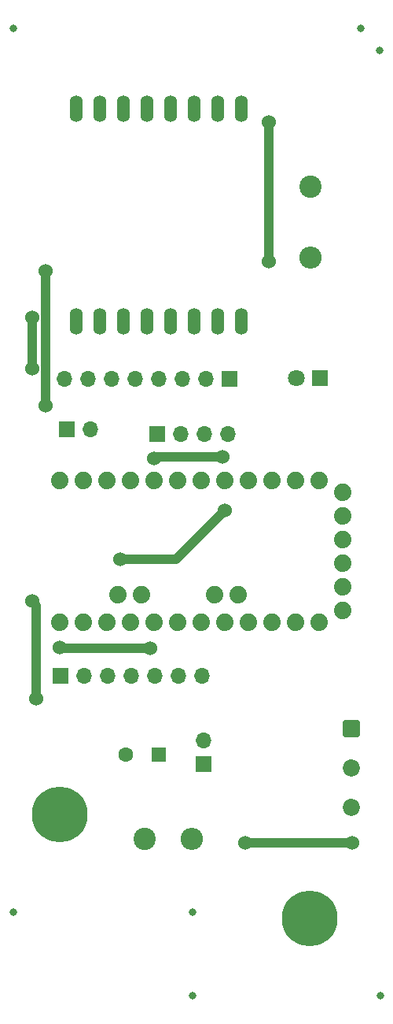
<source format=gbr>
%TF.GenerationSoftware,KiCad,Pcbnew,6.0.4-6f826c9f35~116~ubuntu20.04.1*%
%TF.CreationDate,2022-04-02T12:26:26+02:00*%
%TF.ProjectId,placaCANSAT_V3_GIRADA,706c6163-6143-4414-9e53-41545f56335f,rev?*%
%TF.SameCoordinates,Original*%
%TF.FileFunction,Copper,L1,Top*%
%TF.FilePolarity,Positive*%
%FSLAX46Y46*%
G04 Gerber Fmt 4.6, Leading zero omitted, Abs format (unit mm)*
G04 Created by KiCad (PCBNEW 6.0.4-6f826c9f35~116~ubuntu20.04.1) date 2022-04-02 12:26:26*
%MOMM*%
%LPD*%
G01*
G04 APERTURE LIST*
G04 Aperture macros list*
%AMRoundRect*
0 Rectangle with rounded corners*
0 $1 Rounding radius*
0 $2 $3 $4 $5 $6 $7 $8 $9 X,Y pos of 4 corners*
0 Add a 4 corners polygon primitive as box body*
4,1,4,$2,$3,$4,$5,$6,$7,$8,$9,$2,$3,0*
0 Add four circle primitives for the rounded corners*
1,1,$1+$1,$2,$3*
1,1,$1+$1,$4,$5*
1,1,$1+$1,$6,$7*
1,1,$1+$1,$8,$9*
0 Add four rect primitives between the rounded corners*
20,1,$1+$1,$2,$3,$4,$5,0*
20,1,$1+$1,$4,$5,$6,$7,0*
20,1,$1+$1,$6,$7,$8,$9,0*
20,1,$1+$1,$8,$9,$2,$3,0*%
G04 Aperture macros list end*
%TA.AperFunction,ComponentPad*%
%ADD10R,1.800000X1.800000*%
%TD*%
%TA.AperFunction,ComponentPad*%
%ADD11C,1.800000*%
%TD*%
%TA.AperFunction,ComponentPad*%
%ADD12R,1.700000X1.700000*%
%TD*%
%TA.AperFunction,ComponentPad*%
%ADD13O,1.700000X1.700000*%
%TD*%
%TA.AperFunction,ComponentPad*%
%ADD14O,1.422400X2.844800*%
%TD*%
%TA.AperFunction,ComponentPad*%
%ADD15C,2.400000*%
%TD*%
%TA.AperFunction,ComponentPad*%
%ADD16O,2.400000X2.400000*%
%TD*%
%TA.AperFunction,ComponentPad*%
%ADD17R,1.600000X1.600000*%
%TD*%
%TA.AperFunction,ComponentPad*%
%ADD18C,1.600000*%
%TD*%
%TA.AperFunction,ComponentPad*%
%ADD19C,1.879600*%
%TD*%
%TA.AperFunction,ComponentPad*%
%ADD20RoundRect,0.250000X-0.675000X0.675000X-0.675000X-0.675000X0.675000X-0.675000X0.675000X0.675000X0*%
%TD*%
%TA.AperFunction,ComponentPad*%
%ADD21C,1.850000*%
%TD*%
%TA.AperFunction,ViaPad*%
%ADD22C,0.800000*%
%TD*%
%TA.AperFunction,ViaPad*%
%ADD23C,6.000000*%
%TD*%
%TA.AperFunction,ViaPad*%
%ADD24C,1.524000*%
%TD*%
%TA.AperFunction,Conductor*%
%ADD25C,1.000000*%
%TD*%
G04 APERTURE END LIST*
D10*
%TO.P,D1,1,K*%
%TO.N,Net-(D1-Pad1)*%
X32997312Y-37568536D03*
D11*
%TO.P,D1,2,A*%
%TO.N,/LED*%
X30457312Y-37568536D03*
%TD*%
D12*
%TO.P,JP1,1,A*%
%TO.N,Net-(C1-Pad1)*%
X20497312Y-79068536D03*
D13*
%TO.P,JP1,2,B*%
%TO.N,3.3V*%
X20497312Y-76528536D03*
%TD*%
D14*
%TO.P,U2,P$1,5V*%
%TO.N,5V*%
X6816333Y-31528711D03*
%TO.P,U2,P$2,GND*%
%TO.N,GND*%
X9356333Y-31528711D03*
%TO.P,U2,P$3,IO12*%
%TO.N,unconnected-(U2-PadP$3)*%
X11896333Y-31528711D03*
%TO.P,U2,P$4,IO13*%
%TO.N,unconnected-(U2-PadP$4)*%
X14436333Y-31528711D03*
%TO.P,U2,P$5,IO15*%
%TO.N,unconnected-(U2-PadP$5)*%
X16976333Y-31528711D03*
%TO.P,U2,P$6,IO14*%
%TO.N,unconnected-(U2-PadP$6)*%
X19516333Y-31528711D03*
%TO.P,U2,P$7,IO2*%
%TO.N,unconnected-(U2-PadP$7)*%
X22056333Y-31528711D03*
%TO.P,U2,P$8,IO4*%
%TO.N,unconnected-(U2-PadP$8)*%
X24596333Y-31528711D03*
%TO.P,U2,P$9,.GND*%
%TO.N,unconnected-(U2-PadP$9)*%
X24596333Y-8668711D03*
%TO.P,U2,P$10,IO1/U0T*%
%TO.N,unconnected-(U2-PadP$10)*%
X22056333Y-8668711D03*
%TO.P,U2,P$11,IO3/U0R*%
%TO.N,/CAMARA*%
X19516333Y-8668711D03*
%TO.P,U2,P$12,3V3.*%
%TO.N,unconnected-(U2-PadP$12)*%
X16976333Y-8668711D03*
%TO.P,U2,P$13,GND.*%
%TO.N,unconnected-(U2-PadP$13)*%
X14436333Y-8668711D03*
%TO.P,U2,P$14,IO0*%
%TO.N,unconnected-(U2-PadP$14)*%
X11896333Y-8668711D03*
%TO.P,U2,P$15,IO16*%
%TO.N,unconnected-(U2-PadP$15)*%
X9356333Y-8668711D03*
%TO.P,U2,P$16,3V3*%
%TO.N,unconnected-(U2-PadP$16)*%
X6816333Y-8668711D03*
%TD*%
D15*
%TO.P,R1,1*%
%TO.N,Net-(D1-Pad1)*%
X31997312Y-17053536D03*
D16*
%TO.P,R1,2*%
%TO.N,GND*%
X31997312Y-24673536D03*
%TD*%
D12*
%TO.P,J4,1,Pin_1*%
%TO.N,/SDA_ACE*%
X5722312Y-43068536D03*
D13*
%TO.P,J4,2,Pin_2*%
%TO.N,/SCL_ACE*%
X8262312Y-43068536D03*
%TD*%
D17*
%TO.P,C1,1*%
%TO.N,Net-(C1-Pad1)*%
X15649963Y-78068536D03*
D18*
%TO.P,C1,2*%
%TO.N,GND*%
X12149963Y-78068536D03*
%TD*%
D15*
%TO.P,SW1,1,A*%
%TO.N,Net-(C1-Pad1)*%
X14130964Y-87138414D03*
D16*
%TO.P,SW1,2,B*%
%TO.N,3.7V*%
X19210964Y-87138414D03*
%TD*%
D12*
%TO.P,J2,1,Pin_1*%
%TO.N,GND*%
X5054836Y-69568536D03*
D13*
%TO.P,J2,2,Pin_2*%
%TO.N,/MOSI*%
X7594836Y-69568536D03*
%TO.P,J2,3,Pin_3*%
%TO.N,/MISO*%
X10134836Y-69568536D03*
%TO.P,J2,4,Pin_4*%
%TO.N,/SCK*%
X12674836Y-69568536D03*
%TO.P,J2,5,Pin_5*%
%TO.N,NSS*%
X15214836Y-69568536D03*
%TO.P,J2,6,Pin_6*%
%TO.N,DIO0*%
X17754836Y-69568536D03*
%TO.P,J2,7,Pin_7*%
%TO.N,3.3V*%
X20294836Y-69568536D03*
%TD*%
D12*
%TO.P,ACELEROMETRO,1,VCCIN*%
%TO.N,unconnected-(U3-Pad1)*%
X23262422Y-37649369D03*
D13*
%TO.P,ACELEROMETRO,2,3.3V*%
%TO.N,3.3V*%
X20722422Y-37649369D03*
%TO.P,ACELEROMETRO,3,GND*%
%TO.N,GND*%
X18182422Y-37649369D03*
%TO.P,ACELEROMETRO,4,SCL*%
%TO.N,/SCL_ACE*%
X15642422Y-37649369D03*
%TO.P,ACELEROMETRO,5,SDA*%
%TO.N,/SDA_ACE*%
X13102422Y-37649369D03*
%TO.P,ACELEROMETRO,6,FSYNC*%
%TO.N,unconnected-(U3-Pad6)*%
X10562422Y-37649369D03*
%TO.P,ACELEROMETRO,7,INTA*%
%TO.N,unconnected-(U3-Pad7)*%
X8022422Y-37649369D03*
%TO.P,ACELEROMETRO,8,DRDY*%
%TO.N,unconnected-(U3-Pad8)*%
X5482422Y-37649369D03*
%TD*%
D12*
%TO.P,GPS,1,GND*%
%TO.N,GND*%
X15457312Y-43568536D03*
D13*
%TO.P,GPS,2,TX*%
%TO.N,/GPS_TX*%
X17997312Y-43568536D03*
%TO.P,GPS,3,RX*%
%TO.N,/GPS_RX*%
X20537312Y-43568536D03*
%TO.P,GPS,4,VCC*%
%TO.N,3.3V*%
X23077312Y-43568536D03*
%TD*%
D19*
%TO.P,Arduino pro Mini,JP1_1,DTR*%
%TO.N,unconnected-(U1-PadJP1_1)*%
X35482715Y-62572655D03*
%TO.P,Arduino pro Mini,JP1_2,TXO*%
%TO.N,unconnected-(U1-PadJP1_2)*%
X35482715Y-60032655D03*
%TO.P,Arduino pro Mini,JP1_3,RXI*%
%TO.N,unconnected-(U1-PadJP1_3)*%
X35482715Y-57492655D03*
%TO.P,Arduino pro Mini,JP1_4,VCC*%
%TO.N,unconnected-(U1-PadJP1_4)*%
X35482715Y-54952655D03*
%TO.P,Arduino pro Mini,JP1_5,GND*%
%TO.N,GND*%
X35482715Y-52412655D03*
%TO.P,Arduino pro Mini,JP1_6,GND*%
X35482715Y-49872655D03*
%TO.P,Arduino pro Mini,JP2_1,A4*%
%TO.N,unconnected-(U1-PadJP2_1)*%
X21639715Y-60921655D03*
%TO.P,Arduino pro Mini,JP2_2,A5*%
%TO.N,unconnected-(U1-PadJP2_2)*%
X24179715Y-60921655D03*
%TO.P,Arduino pro Mini,JP3_1,A6*%
%TO.N,unconnected-(U1-PadJP3_1)*%
X11225715Y-60921655D03*
%TO.P,Arduino pro Mini,JP3_2,A7*%
%TO.N,unconnected-(U1-PadJP3_2)*%
X13765715Y-60921655D03*
%TO.P,Arduino pro Mini,JP6_1,RAW*%
%TO.N,unconnected-(U1-PadJP6_1)*%
X32942715Y-63842655D03*
%TO.P,Arduino pro Mini,JP6_2,GND_1*%
%TO.N,GND*%
X30402715Y-63842655D03*
%TO.P,Arduino pro Mini,JP6_3,RST_1*%
%TO.N,unconnected-(U1-PadJP6_3)*%
X27862715Y-63842655D03*
%TO.P,Arduino pro Mini,JP6_4,VCC_1*%
%TO.N,3.3V*%
X25322715Y-63842655D03*
%TO.P,Arduino pro Mini,JP6_5,A3*%
%TO.N,unconnected-(U1-PadJP6_5)*%
X22782715Y-63842655D03*
%TO.P,Arduino pro Mini,JP6_6,A2*%
%TO.N,unconnected-(U1-PadJP6_6)*%
X20242715Y-63842655D03*
%TO.P,Arduino pro Mini,JP6_7,A1*%
%TO.N,unconnected-(U1-PadJP6_7)*%
X17702715Y-63842655D03*
%TO.P,Arduino pro Mini,JP6_8,A0*%
%TO.N,unconnected-(U1-PadJP6_8)*%
X15162715Y-63842655D03*
%TO.P,Arduino pro Mini,JP6_9,SCK*%
%TO.N,/SCK*%
X12622715Y-63842655D03*
%TO.P,Arduino pro Mini,JP6_10,MISO*%
%TO.N,/MISO*%
X10082715Y-63842655D03*
%TO.P,Arduino pro Mini,JP6_11,MOSI*%
%TO.N,/MOSI*%
X7542715Y-63842655D03*
%TO.P,Arduino pro Mini,JP6_12,D10*%
%TO.N,NSS*%
X5002715Y-63842655D03*
%TO.P,Arduino pro Mini,JP7_1,D9*%
%TO.N,unconnected-(U1-PadJP7_1)*%
X5002715Y-48602655D03*
%TO.P,Arduino pro Mini,JP7_2,D8*%
%TO.N,unconnected-(U1-PadJP7_2)*%
X7542715Y-48602655D03*
%TO.P,Arduino pro Mini,JP7_3,D7*%
%TO.N,unconnected-(U1-PadJP7_3)*%
X10082715Y-48602655D03*
%TO.P,Arduino pro Mini,JP7_4,D6*%
%TO.N,/CAMARA*%
X12622715Y-48602655D03*
%TO.P,Arduino pro Mini,JP7_5,D5*%
%TO.N,/LED*%
X15162715Y-48602655D03*
%TO.P,Arduino pro Mini,JP7_6,D4*%
%TO.N,/GPS_TX*%
X17702715Y-48602655D03*
%TO.P,Arduino pro Mini,JP7_7,D3*%
%TO.N,/GPS_RX*%
X20242715Y-48602655D03*
%TO.P,Arduino pro Mini,JP7_8,D2*%
%TO.N,DIO0*%
X22782715Y-48602655D03*
%TO.P,Arduino pro Mini,JP7_9,GND_2*%
%TO.N,GND*%
X25322715Y-48602655D03*
%TO.P,Arduino pro Mini,JP7_10,RST_2*%
%TO.N,unconnected-(U1-PadJP7_10)*%
X27862715Y-48602655D03*
%TO.P,Arduino pro Mini,JP7_11,RXI_2*%
%TO.N,unconnected-(U1-PadJP7_11)*%
X30402715Y-48602655D03*
%TO.P,Arduino pro Mini,JP7_12,TXO_2*%
%TO.N,unconnected-(U1-PadJP7_12)*%
X32942715Y-48602655D03*
%TD*%
D20*
%TO.P,Carg1,1,Pin_1*%
%TO.N,GND*%
X36406146Y-75315160D03*
D21*
%TO.P,Carg1,2,Pin_2*%
%TO.N,5V*%
X36406146Y-79515160D03*
%TO.P,Carg1,3,Pin_3*%
%TO.N,Net-(C1-Pad1)*%
X36406146Y-83715160D03*
%TD*%
D22*
%TO.N,*%
X39499861Y-2417029D03*
X-15741Y-95007090D03*
X19329009Y-94958864D03*
X19342405Y-104001365D03*
X37457312Y31464D03*
X39515046Y-103974573D03*
D23*
X31927312Y-95718536D03*
X4967312Y-84468536D03*
D22*
X-25808Y31464D03*
D24*
%TO.N,Net-(C1-Pad1)*%
X36497312Y-87568536D03*
X24997312Y-87568536D03*
%TO.N,/LED*%
X15162715Y-46233939D03*
X22497312Y-46068536D03*
%TO.N,/CAMARA*%
X3497312Y-40568536D03*
X3497312Y-26068536D03*
%TO.N,3.3V*%
X1997312Y-36568536D03*
X27497312Y-10068536D03*
X27497312Y-25068536D03*
X1997312Y-31068536D03*
%TO.N,NSS*%
X5002715Y-66563133D03*
X14716070Y-66613611D03*
%TO.N,DIO0*%
X11497312Y-57068536D03*
X2497312Y-72068536D03*
X22782715Y-51783133D03*
X1997312Y-61568536D03*
%TD*%
D25*
%TO.N,Net-(C1-Pad1)*%
X36497312Y-87568536D02*
X24997312Y-87568536D01*
%TO.N,/LED*%
X22497312Y-46068536D02*
X15328118Y-46068536D01*
X15328118Y-46068536D02*
X15162715Y-46233939D01*
%TO.N,/CAMARA*%
X3497312Y-26068536D02*
X3497312Y-40568536D01*
%TO.N,3.3V*%
X27497312Y-25068536D02*
X27497312Y-10068536D01*
X1997312Y-36568536D02*
X1997312Y-31068536D01*
%TO.N,NSS*%
X5053193Y-66613611D02*
X5002715Y-66563133D01*
X14716070Y-66613611D02*
X5053193Y-66613611D01*
%TO.N,DIO0*%
X22782715Y-51783133D02*
X17497312Y-57068536D01*
X2497312Y-72068536D02*
X2497312Y-62068536D01*
X2497312Y-62068536D02*
X1997312Y-61568536D01*
X17497312Y-57068536D02*
X11497312Y-57068536D01*
%TD*%
M02*

</source>
